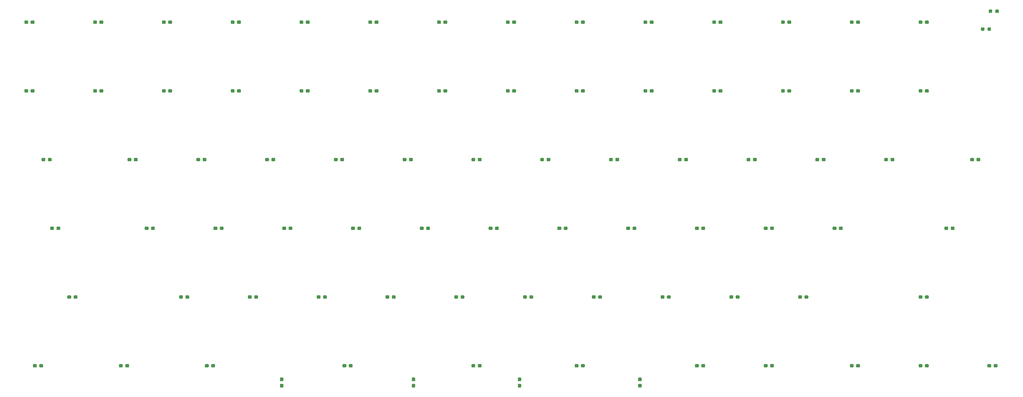
<source format=gbr>
%TF.GenerationSoftware,KiCad,Pcbnew,(5.1.9)-1*%
%TF.CreationDate,2021-08-25T16:21:07-05:00*%
%TF.ProjectId,Full_75,46756c6c-5f37-4352-9e6b-696361645f70,rev?*%
%TF.SameCoordinates,Original*%
%TF.FileFunction,Paste,Top*%
%TF.FilePolarity,Positive*%
%FSLAX46Y46*%
G04 Gerber Fmt 4.6, Leading zero omitted, Abs format (unit mm)*
G04 Created by KiCad (PCBNEW (5.1.9)-1) date 2021-08-25 16:21:07*
%MOMM*%
%LPD*%
G01*
G04 APERTURE LIST*
G04 APERTURE END LIST*
%TO.C,MX93*%
G36*
G01*
X294813706Y-86147798D02*
X294813706Y-85672798D01*
G75*
G02*
X295051206Y-85435298I237500J0D01*
G01*
X295626206Y-85435298D01*
G75*
G02*
X295863706Y-85672798I0J-237500D01*
G01*
X295863706Y-86147798D01*
G75*
G02*
X295626206Y-86385298I-237500J0D01*
G01*
X295051206Y-86385298D01*
G75*
G02*
X294813706Y-86147798I0J237500D01*
G01*
G37*
G36*
G01*
X293063706Y-86147798D02*
X293063706Y-85672798D01*
G75*
G02*
X293301206Y-85435298I237500J0D01*
G01*
X293876206Y-85435298D01*
G75*
G02*
X294113706Y-85672798I0J-237500D01*
G01*
X294113706Y-86147798D01*
G75*
G02*
X293876206Y-86385298I-237500J0D01*
G01*
X293301206Y-86385298D01*
G75*
G02*
X293063706Y-86147798I0J237500D01*
G01*
G37*
%TD*%
%TO.C,MX45*%
G36*
G01*
X128137222Y-124245350D02*
X128137222Y-123770350D01*
G75*
G02*
X128374722Y-123532850I237500J0D01*
G01*
X128949722Y-123532850D01*
G75*
G02*
X129187222Y-123770350I0J-237500D01*
G01*
X129187222Y-124245350D01*
G75*
G02*
X128949722Y-124482850I-237500J0D01*
G01*
X128374722Y-124482850D01*
G75*
G02*
X128137222Y-124245350I0J237500D01*
G01*
G37*
G36*
G01*
X126387222Y-124245350D02*
X126387222Y-123770350D01*
G75*
G02*
X126624722Y-123532850I237500J0D01*
G01*
X127199722Y-123532850D01*
G75*
G02*
X127437222Y-123770350I0J-237500D01*
G01*
X127437222Y-124245350D01*
G75*
G02*
X127199722Y-124482850I-237500J0D01*
G01*
X126624722Y-124482850D01*
G75*
G02*
X126387222Y-124245350I0J237500D01*
G01*
G37*
%TD*%
%TO.C,MX33*%
G36*
G01*
X66227782Y-124245350D02*
X66227782Y-123770350D01*
G75*
G02*
X66465282Y-123532850I237500J0D01*
G01*
X67040282Y-123532850D01*
G75*
G02*
X67277782Y-123770350I0J-237500D01*
G01*
X67277782Y-124245350D01*
G75*
G02*
X67040282Y-124482850I-237500J0D01*
G01*
X66465282Y-124482850D01*
G75*
G02*
X66227782Y-124245350I0J237500D01*
G01*
G37*
G36*
G01*
X64477782Y-124245350D02*
X64477782Y-123770350D01*
G75*
G02*
X64715282Y-123532850I237500J0D01*
G01*
X65290282Y-123532850D01*
G75*
G02*
X65527782Y-123770350I0J-237500D01*
G01*
X65527782Y-124245350D01*
G75*
G02*
X65290282Y-124482850I-237500J0D01*
G01*
X64715282Y-124482850D01*
G75*
G02*
X64477782Y-124245350I0J237500D01*
G01*
G37*
%TD*%
%TO.C,D4*%
G36*
G01*
X175169979Y-129010539D02*
X175644979Y-129010539D01*
G75*
G02*
X175882479Y-129248039I0J-237500D01*
G01*
X175882479Y-129823039D01*
G75*
G02*
X175644979Y-130060539I-237500J0D01*
G01*
X175169979Y-130060539D01*
G75*
G02*
X174932479Y-129823039I0J237500D01*
G01*
X174932479Y-129248039D01*
G75*
G02*
X175169979Y-129010539I237500J0D01*
G01*
G37*
G36*
G01*
X175169979Y-127260539D02*
X175644979Y-127260539D01*
G75*
G02*
X175882479Y-127498039I0J-237500D01*
G01*
X175882479Y-128073039D01*
G75*
G02*
X175644979Y-128310539I-237500J0D01*
G01*
X175169979Y-128310539D01*
G75*
G02*
X174932479Y-128073039I0J237500D01*
G01*
X174932479Y-127498039D01*
G75*
G02*
X175169979Y-127260539I237500J0D01*
G01*
G37*
%TD*%
%TO.C,D3*%
G36*
G01*
X208505337Y-129010539D02*
X208980337Y-129010539D01*
G75*
G02*
X209217837Y-129248039I0J-237500D01*
G01*
X209217837Y-129823039D01*
G75*
G02*
X208980337Y-130060539I-237500J0D01*
G01*
X208505337Y-130060539D01*
G75*
G02*
X208267837Y-129823039I0J237500D01*
G01*
X208267837Y-129248039D01*
G75*
G02*
X208505337Y-129010539I237500J0D01*
G01*
G37*
G36*
G01*
X208505337Y-127260539D02*
X208980337Y-127260539D01*
G75*
G02*
X209217837Y-127498039I0J-237500D01*
G01*
X209217837Y-128073039D01*
G75*
G02*
X208980337Y-128310539I-237500J0D01*
G01*
X208505337Y-128310539D01*
G75*
G02*
X208267837Y-128073039I0J237500D01*
G01*
X208267837Y-127498039D01*
G75*
G02*
X208505337Y-127260539I237500J0D01*
G01*
G37*
%TD*%
%TO.C,D2*%
G36*
G01*
X109292962Y-129010539D02*
X109767962Y-129010539D01*
G75*
G02*
X110005462Y-129248039I0J-237500D01*
G01*
X110005462Y-129823039D01*
G75*
G02*
X109767962Y-130060539I-237500J0D01*
G01*
X109292962Y-130060539D01*
G75*
G02*
X109055462Y-129823039I0J237500D01*
G01*
X109055462Y-129248039D01*
G75*
G02*
X109292962Y-129010539I237500J0D01*
G01*
G37*
G36*
G01*
X109292962Y-127260539D02*
X109767962Y-127260539D01*
G75*
G02*
X110005462Y-127498039I0J-237500D01*
G01*
X110005462Y-128073039D01*
G75*
G02*
X109767962Y-128310539I-237500J0D01*
G01*
X109292962Y-128310539D01*
G75*
G02*
X109055462Y-128073039I0J237500D01*
G01*
X109055462Y-127498039D01*
G75*
G02*
X109292962Y-127260539I237500J0D01*
G01*
G37*
%TD*%
%TO.C,D1*%
G36*
G01*
X145803116Y-129010539D02*
X146278116Y-129010539D01*
G75*
G02*
X146515616Y-129248039I0J-237500D01*
G01*
X146515616Y-129823039D01*
G75*
G02*
X146278116Y-130060539I-237500J0D01*
G01*
X145803116Y-130060539D01*
G75*
G02*
X145565616Y-129823039I0J237500D01*
G01*
X145565616Y-129248039D01*
G75*
G02*
X145803116Y-129010539I237500J0D01*
G01*
G37*
G36*
G01*
X145803116Y-127260539D02*
X146278116Y-127260539D01*
G75*
G02*
X146515616Y-127498039I0J-237500D01*
G01*
X146515616Y-128073039D01*
G75*
G02*
X146278116Y-128310539I-237500J0D01*
G01*
X145803116Y-128310539D01*
G75*
G02*
X145565616Y-128073039I0J237500D01*
G01*
X145565616Y-127498039D01*
G75*
G02*
X145803116Y-127260539I237500J0D01*
G01*
G37*
%TD*%
%TO.C,R2*%
G36*
G01*
X306318062Y-25478470D02*
X306318062Y-25953470D01*
G75*
G02*
X306080562Y-26190970I-237500J0D01*
G01*
X305580562Y-26190970D01*
G75*
G02*
X305343062Y-25953470I0J237500D01*
G01*
X305343062Y-25478470D01*
G75*
G02*
X305580562Y-25240970I237500J0D01*
G01*
X306080562Y-25240970D01*
G75*
G02*
X306318062Y-25478470I0J-237500D01*
G01*
G37*
G36*
G01*
X308143062Y-25478470D02*
X308143062Y-25953470D01*
G75*
G02*
X307905562Y-26190970I-237500J0D01*
G01*
X307405562Y-26190970D01*
G75*
G02*
X307168062Y-25953470I0J237500D01*
G01*
X307168062Y-25478470D01*
G75*
G02*
X307405562Y-25240970I237500J0D01*
G01*
X307905562Y-25240970D01*
G75*
G02*
X308143062Y-25478470I0J-237500D01*
G01*
G37*
%TD*%
%TO.C,R1*%
G36*
G01*
X305009062Y-30906470D02*
X305009062Y-30431470D01*
G75*
G02*
X305246562Y-30193970I237500J0D01*
G01*
X305746562Y-30193970D01*
G75*
G02*
X305984062Y-30431470I0J-237500D01*
G01*
X305984062Y-30906470D01*
G75*
G02*
X305746562Y-31143970I-237500J0D01*
G01*
X305246562Y-31143970D01*
G75*
G02*
X305009062Y-30906470I0J237500D01*
G01*
G37*
G36*
G01*
X303184062Y-30906470D02*
X303184062Y-30431470D01*
G75*
G02*
X303421562Y-30193970I237500J0D01*
G01*
X303921562Y-30193970D01*
G75*
G02*
X304159062Y-30431470I0J-237500D01*
G01*
X304159062Y-30906470D01*
G75*
G02*
X303921562Y-31143970I-237500J0D01*
G01*
X303421562Y-31143970D01*
G75*
G02*
X303184062Y-30906470I0J237500D01*
G01*
G37*
%TD*%
%TO.C,MX99*%
G36*
G01*
X287669650Y-48050246D02*
X287669650Y-47575246D01*
G75*
G02*
X287907150Y-47337746I237500J0D01*
G01*
X288482150Y-47337746D01*
G75*
G02*
X288719650Y-47575246I0J-237500D01*
G01*
X288719650Y-48050246D01*
G75*
G02*
X288482150Y-48287746I-237500J0D01*
G01*
X287907150Y-48287746D01*
G75*
G02*
X287669650Y-48050246I0J237500D01*
G01*
G37*
G36*
G01*
X285919650Y-48050246D02*
X285919650Y-47575246D01*
G75*
G02*
X286157150Y-47337746I237500J0D01*
G01*
X286732150Y-47337746D01*
G75*
G02*
X286969650Y-47575246I0J-237500D01*
G01*
X286969650Y-48050246D01*
G75*
G02*
X286732150Y-48287746I-237500J0D01*
G01*
X286157150Y-48287746D01*
G75*
G02*
X285919650Y-48050246I0J237500D01*
G01*
G37*
%TD*%
%TO.C,MX98*%
G36*
G01*
X287669650Y-29001470D02*
X287669650Y-28526470D01*
G75*
G02*
X287907150Y-28288970I237500J0D01*
G01*
X288482150Y-28288970D01*
G75*
G02*
X288719650Y-28526470I0J-237500D01*
G01*
X288719650Y-29001470D01*
G75*
G02*
X288482150Y-29238970I-237500J0D01*
G01*
X287907150Y-29238970D01*
G75*
G02*
X287669650Y-29001470I0J237500D01*
G01*
G37*
G36*
G01*
X285919650Y-29001470D02*
X285919650Y-28526470D01*
G75*
G02*
X286157150Y-28288970I237500J0D01*
G01*
X286732150Y-28288970D01*
G75*
G02*
X286969650Y-28526470I0J-237500D01*
G01*
X286969650Y-29001470D01*
G75*
G02*
X286732150Y-29238970I-237500J0D01*
G01*
X286157150Y-29238970D01*
G75*
G02*
X285919650Y-29001470I0J237500D01*
G01*
G37*
%TD*%
%TO.C,MX97*%
G36*
G01*
X306718426Y-124245350D02*
X306718426Y-123770350D01*
G75*
G02*
X306955926Y-123532850I237500J0D01*
G01*
X307530926Y-123532850D01*
G75*
G02*
X307768426Y-123770350I0J-237500D01*
G01*
X307768426Y-124245350D01*
G75*
G02*
X307530926Y-124482850I-237500J0D01*
G01*
X306955926Y-124482850D01*
G75*
G02*
X306718426Y-124245350I0J237500D01*
G01*
G37*
G36*
G01*
X304968426Y-124245350D02*
X304968426Y-123770350D01*
G75*
G02*
X305205926Y-123532850I237500J0D01*
G01*
X305780926Y-123532850D01*
G75*
G02*
X306018426Y-123770350I0J-237500D01*
G01*
X306018426Y-124245350D01*
G75*
G02*
X305780926Y-124482850I-237500J0D01*
G01*
X305205926Y-124482850D01*
G75*
G02*
X304968426Y-124245350I0J237500D01*
G01*
G37*
%TD*%
%TO.C,MX96*%
G36*
G01*
X300206538Y-67099022D02*
X300206538Y-66624022D01*
G75*
G02*
X300444038Y-66386522I237500J0D01*
G01*
X301019038Y-66386522D01*
G75*
G02*
X301256538Y-66624022I0J-237500D01*
G01*
X301256538Y-67099022D01*
G75*
G02*
X301019038Y-67336522I-237500J0D01*
G01*
X300444038Y-67336522D01*
G75*
G02*
X300206538Y-67099022I0J237500D01*
G01*
G37*
G36*
G01*
X301956538Y-67099022D02*
X301956538Y-66624022D01*
G75*
G02*
X302194038Y-66386522I237500J0D01*
G01*
X302769038Y-66386522D01*
G75*
G02*
X303006538Y-66624022I0J-237500D01*
G01*
X303006538Y-67099022D01*
G75*
G02*
X302769038Y-67336522I-237500J0D01*
G01*
X302194038Y-67336522D01*
G75*
G02*
X301956538Y-67099022I0J237500D01*
G01*
G37*
%TD*%
%TO.C,MX95*%
G36*
G01*
X287669650Y-124245350D02*
X287669650Y-123770350D01*
G75*
G02*
X287907150Y-123532850I237500J0D01*
G01*
X288482150Y-123532850D01*
G75*
G02*
X288719650Y-123770350I0J-237500D01*
G01*
X288719650Y-124245350D01*
G75*
G02*
X288482150Y-124482850I-237500J0D01*
G01*
X287907150Y-124482850D01*
G75*
G02*
X287669650Y-124245350I0J237500D01*
G01*
G37*
G36*
G01*
X285919650Y-124245350D02*
X285919650Y-123770350D01*
G75*
G02*
X286157150Y-123532850I237500J0D01*
G01*
X286732150Y-123532850D01*
G75*
G02*
X286969650Y-123770350I0J-237500D01*
G01*
X286969650Y-124245350D01*
G75*
G02*
X286732150Y-124482850I-237500J0D01*
G01*
X286157150Y-124482850D01*
G75*
G02*
X285919650Y-124245350I0J237500D01*
G01*
G37*
%TD*%
%TO.C,MX94*%
G36*
G01*
X287669650Y-105196574D02*
X287669650Y-104721574D01*
G75*
G02*
X287907150Y-104484074I237500J0D01*
G01*
X288482150Y-104484074D01*
G75*
G02*
X288719650Y-104721574I0J-237500D01*
G01*
X288719650Y-105196574D01*
G75*
G02*
X288482150Y-105434074I-237500J0D01*
G01*
X287907150Y-105434074D01*
G75*
G02*
X287669650Y-105196574I0J237500D01*
G01*
G37*
G36*
G01*
X285919650Y-105196574D02*
X285919650Y-104721574D01*
G75*
G02*
X286157150Y-104484074I237500J0D01*
G01*
X286732150Y-104484074D01*
G75*
G02*
X286969650Y-104721574I0J-237500D01*
G01*
X286969650Y-105196574D01*
G75*
G02*
X286732150Y-105434074I-237500J0D01*
G01*
X286157150Y-105434074D01*
G75*
G02*
X285919650Y-105196574I0J237500D01*
G01*
G37*
%TD*%
%TO.C,MX92*%
G36*
G01*
X278145262Y-67099022D02*
X278145262Y-66624022D01*
G75*
G02*
X278382762Y-66386522I237500J0D01*
G01*
X278957762Y-66386522D01*
G75*
G02*
X279195262Y-66624022I0J-237500D01*
G01*
X279195262Y-67099022D01*
G75*
G02*
X278957762Y-67336522I-237500J0D01*
G01*
X278382762Y-67336522D01*
G75*
G02*
X278145262Y-67099022I0J237500D01*
G01*
G37*
G36*
G01*
X276395262Y-67099022D02*
X276395262Y-66624022D01*
G75*
G02*
X276632762Y-66386522I237500J0D01*
G01*
X277207762Y-66386522D01*
G75*
G02*
X277445262Y-66624022I0J-237500D01*
G01*
X277445262Y-67099022D01*
G75*
G02*
X277207762Y-67336522I-237500J0D01*
G01*
X276632762Y-67336522D01*
G75*
G02*
X276395262Y-67099022I0J237500D01*
G01*
G37*
%TD*%
%TO.C,MX91*%
G36*
G01*
X268620874Y-48050246D02*
X268620874Y-47575246D01*
G75*
G02*
X268858374Y-47337746I237500J0D01*
G01*
X269433374Y-47337746D01*
G75*
G02*
X269670874Y-47575246I0J-237500D01*
G01*
X269670874Y-48050246D01*
G75*
G02*
X269433374Y-48287746I-237500J0D01*
G01*
X268858374Y-48287746D01*
G75*
G02*
X268620874Y-48050246I0J237500D01*
G01*
G37*
G36*
G01*
X266870874Y-48050246D02*
X266870874Y-47575246D01*
G75*
G02*
X267108374Y-47337746I237500J0D01*
G01*
X267683374Y-47337746D01*
G75*
G02*
X267920874Y-47575246I0J-237500D01*
G01*
X267920874Y-48050246D01*
G75*
G02*
X267683374Y-48287746I-237500J0D01*
G01*
X267108374Y-48287746D01*
G75*
G02*
X266870874Y-48050246I0J237500D01*
G01*
G37*
%TD*%
%TO.C,MX90*%
G36*
G01*
X268620874Y-29001470D02*
X268620874Y-28526470D01*
G75*
G02*
X268858374Y-28288970I237500J0D01*
G01*
X269433374Y-28288970D01*
G75*
G02*
X269670874Y-28526470I0J-237500D01*
G01*
X269670874Y-29001470D01*
G75*
G02*
X269433374Y-29238970I-237500J0D01*
G01*
X268858374Y-29238970D01*
G75*
G02*
X268620874Y-29001470I0J237500D01*
G01*
G37*
G36*
G01*
X266870874Y-29001470D02*
X266870874Y-28526470D01*
G75*
G02*
X267108374Y-28288970I237500J0D01*
G01*
X267683374Y-28288970D01*
G75*
G02*
X267920874Y-28526470I0J-237500D01*
G01*
X267920874Y-29001470D01*
G75*
G02*
X267683374Y-29238970I-237500J0D01*
G01*
X267108374Y-29238970D01*
G75*
G02*
X266870874Y-29001470I0J237500D01*
G01*
G37*
%TD*%
%TO.C,MX89*%
G36*
G01*
X263858680Y-86147798D02*
X263858680Y-85672798D01*
G75*
G02*
X264096180Y-85435298I237500J0D01*
G01*
X264671180Y-85435298D01*
G75*
G02*
X264908680Y-85672798I0J-237500D01*
G01*
X264908680Y-86147798D01*
G75*
G02*
X264671180Y-86385298I-237500J0D01*
G01*
X264096180Y-86385298D01*
G75*
G02*
X263858680Y-86147798I0J237500D01*
G01*
G37*
G36*
G01*
X262108680Y-86147798D02*
X262108680Y-85672798D01*
G75*
G02*
X262346180Y-85435298I237500J0D01*
G01*
X262921180Y-85435298D01*
G75*
G02*
X263158680Y-85672798I0J-237500D01*
G01*
X263158680Y-86147798D01*
G75*
G02*
X262921180Y-86385298I-237500J0D01*
G01*
X262346180Y-86385298D01*
G75*
G02*
X262108680Y-86147798I0J237500D01*
G01*
G37*
%TD*%
%TO.C,MX88*%
G36*
G01*
X259096486Y-67099022D02*
X259096486Y-66624022D01*
G75*
G02*
X259333986Y-66386522I237500J0D01*
G01*
X259908986Y-66386522D01*
G75*
G02*
X260146486Y-66624022I0J-237500D01*
G01*
X260146486Y-67099022D01*
G75*
G02*
X259908986Y-67336522I-237500J0D01*
G01*
X259333986Y-67336522D01*
G75*
G02*
X259096486Y-67099022I0J237500D01*
G01*
G37*
G36*
G01*
X257346486Y-67099022D02*
X257346486Y-66624022D01*
G75*
G02*
X257583986Y-66386522I237500J0D01*
G01*
X258158986Y-66386522D01*
G75*
G02*
X258396486Y-66624022I0J-237500D01*
G01*
X258396486Y-67099022D01*
G75*
G02*
X258158986Y-67336522I-237500J0D01*
G01*
X257583986Y-67336522D01*
G75*
G02*
X257346486Y-67099022I0J237500D01*
G01*
G37*
%TD*%
%TO.C,MX87*%
G36*
G01*
X249572098Y-48050246D02*
X249572098Y-47575246D01*
G75*
G02*
X249809598Y-47337746I237500J0D01*
G01*
X250384598Y-47337746D01*
G75*
G02*
X250622098Y-47575246I0J-237500D01*
G01*
X250622098Y-48050246D01*
G75*
G02*
X250384598Y-48287746I-237500J0D01*
G01*
X249809598Y-48287746D01*
G75*
G02*
X249572098Y-48050246I0J237500D01*
G01*
G37*
G36*
G01*
X247822098Y-48050246D02*
X247822098Y-47575246D01*
G75*
G02*
X248059598Y-47337746I237500J0D01*
G01*
X248634598Y-47337746D01*
G75*
G02*
X248872098Y-47575246I0J-237500D01*
G01*
X248872098Y-48050246D01*
G75*
G02*
X248634598Y-48287746I-237500J0D01*
G01*
X248059598Y-48287746D01*
G75*
G02*
X247822098Y-48050246I0J237500D01*
G01*
G37*
%TD*%
%TO.C,MX86*%
G36*
G01*
X249572098Y-29001470D02*
X249572098Y-28526470D01*
G75*
G02*
X249809598Y-28288970I237500J0D01*
G01*
X250384598Y-28288970D01*
G75*
G02*
X250622098Y-28526470I0J-237500D01*
G01*
X250622098Y-29001470D01*
G75*
G02*
X250384598Y-29238970I-237500J0D01*
G01*
X249809598Y-29238970D01*
G75*
G02*
X249572098Y-29001470I0J237500D01*
G01*
G37*
G36*
G01*
X247822098Y-29001470D02*
X247822098Y-28526470D01*
G75*
G02*
X248059598Y-28288970I237500J0D01*
G01*
X248634598Y-28288970D01*
G75*
G02*
X248872098Y-28526470I0J-237500D01*
G01*
X248872098Y-29001470D01*
G75*
G02*
X248634598Y-29238970I-237500J0D01*
G01*
X248059598Y-29238970D01*
G75*
G02*
X247822098Y-29001470I0J237500D01*
G01*
G37*
%TD*%
%TO.C,MX85*%
G36*
G01*
X268620874Y-124245350D02*
X268620874Y-123770350D01*
G75*
G02*
X268858374Y-123532850I237500J0D01*
G01*
X269433374Y-123532850D01*
G75*
G02*
X269670874Y-123770350I0J-237500D01*
G01*
X269670874Y-124245350D01*
G75*
G02*
X269433374Y-124482850I-237500J0D01*
G01*
X268858374Y-124482850D01*
G75*
G02*
X268620874Y-124245350I0J237500D01*
G01*
G37*
G36*
G01*
X266870874Y-124245350D02*
X266870874Y-123770350D01*
G75*
G02*
X267108374Y-123532850I237500J0D01*
G01*
X267683374Y-123532850D01*
G75*
G02*
X267920874Y-123770350I0J-237500D01*
G01*
X267920874Y-124245350D01*
G75*
G02*
X267683374Y-124482850I-237500J0D01*
G01*
X267108374Y-124482850D01*
G75*
G02*
X266870874Y-124245350I0J237500D01*
G01*
G37*
%TD*%
%TO.C,MX84*%
G36*
G01*
X254334292Y-105196574D02*
X254334292Y-104721574D01*
G75*
G02*
X254571792Y-104484074I237500J0D01*
G01*
X255146792Y-104484074D01*
G75*
G02*
X255384292Y-104721574I0J-237500D01*
G01*
X255384292Y-105196574D01*
G75*
G02*
X255146792Y-105434074I-237500J0D01*
G01*
X254571792Y-105434074D01*
G75*
G02*
X254334292Y-105196574I0J237500D01*
G01*
G37*
G36*
G01*
X252584292Y-105196574D02*
X252584292Y-104721574D01*
G75*
G02*
X252821792Y-104484074I237500J0D01*
G01*
X253396792Y-104484074D01*
G75*
G02*
X253634292Y-104721574I0J-237500D01*
G01*
X253634292Y-105196574D01*
G75*
G02*
X253396792Y-105434074I-237500J0D01*
G01*
X252821792Y-105434074D01*
G75*
G02*
X252584292Y-105196574I0J237500D01*
G01*
G37*
%TD*%
%TO.C,MX83*%
G36*
G01*
X244809904Y-86147798D02*
X244809904Y-85672798D01*
G75*
G02*
X245047404Y-85435298I237500J0D01*
G01*
X245622404Y-85435298D01*
G75*
G02*
X245859904Y-85672798I0J-237500D01*
G01*
X245859904Y-86147798D01*
G75*
G02*
X245622404Y-86385298I-237500J0D01*
G01*
X245047404Y-86385298D01*
G75*
G02*
X244809904Y-86147798I0J237500D01*
G01*
G37*
G36*
G01*
X243059904Y-86147798D02*
X243059904Y-85672798D01*
G75*
G02*
X243297404Y-85435298I237500J0D01*
G01*
X243872404Y-85435298D01*
G75*
G02*
X244109904Y-85672798I0J-237500D01*
G01*
X244109904Y-86147798D01*
G75*
G02*
X243872404Y-86385298I-237500J0D01*
G01*
X243297404Y-86385298D01*
G75*
G02*
X243059904Y-86147798I0J237500D01*
G01*
G37*
%TD*%
%TO.C,MX82*%
G36*
G01*
X240047710Y-67099022D02*
X240047710Y-66624022D01*
G75*
G02*
X240285210Y-66386522I237500J0D01*
G01*
X240860210Y-66386522D01*
G75*
G02*
X241097710Y-66624022I0J-237500D01*
G01*
X241097710Y-67099022D01*
G75*
G02*
X240860210Y-67336522I-237500J0D01*
G01*
X240285210Y-67336522D01*
G75*
G02*
X240047710Y-67099022I0J237500D01*
G01*
G37*
G36*
G01*
X238297710Y-67099022D02*
X238297710Y-66624022D01*
G75*
G02*
X238535210Y-66386522I237500J0D01*
G01*
X239110210Y-66386522D01*
G75*
G02*
X239347710Y-66624022I0J-237500D01*
G01*
X239347710Y-67099022D01*
G75*
G02*
X239110210Y-67336522I-237500J0D01*
G01*
X238535210Y-67336522D01*
G75*
G02*
X238297710Y-67099022I0J237500D01*
G01*
G37*
%TD*%
%TO.C,MX81*%
G36*
G01*
X230523322Y-48050246D02*
X230523322Y-47575246D01*
G75*
G02*
X230760822Y-47337746I237500J0D01*
G01*
X231335822Y-47337746D01*
G75*
G02*
X231573322Y-47575246I0J-237500D01*
G01*
X231573322Y-48050246D01*
G75*
G02*
X231335822Y-48287746I-237500J0D01*
G01*
X230760822Y-48287746D01*
G75*
G02*
X230523322Y-48050246I0J237500D01*
G01*
G37*
G36*
G01*
X228773322Y-48050246D02*
X228773322Y-47575246D01*
G75*
G02*
X229010822Y-47337746I237500J0D01*
G01*
X229585822Y-47337746D01*
G75*
G02*
X229823322Y-47575246I0J-237500D01*
G01*
X229823322Y-48050246D01*
G75*
G02*
X229585822Y-48287746I-237500J0D01*
G01*
X229010822Y-48287746D01*
G75*
G02*
X228773322Y-48050246I0J237500D01*
G01*
G37*
%TD*%
%TO.C,MX80*%
G36*
G01*
X230523322Y-29001470D02*
X230523322Y-28526470D01*
G75*
G02*
X230760822Y-28288970I237500J0D01*
G01*
X231335822Y-28288970D01*
G75*
G02*
X231573322Y-28526470I0J-237500D01*
G01*
X231573322Y-29001470D01*
G75*
G02*
X231335822Y-29238970I-237500J0D01*
G01*
X230760822Y-29238970D01*
G75*
G02*
X230523322Y-29001470I0J237500D01*
G01*
G37*
G36*
G01*
X228773322Y-29001470D02*
X228773322Y-28526470D01*
G75*
G02*
X229010822Y-28288970I237500J0D01*
G01*
X229585822Y-28288970D01*
G75*
G02*
X229823322Y-28526470I0J-237500D01*
G01*
X229823322Y-29001470D01*
G75*
G02*
X229585822Y-29238970I-237500J0D01*
G01*
X229010822Y-29238970D01*
G75*
G02*
X228773322Y-29001470I0J237500D01*
G01*
G37*
%TD*%
%TO.C,MX79*%
G36*
G01*
X244809904Y-124245350D02*
X244809904Y-123770350D01*
G75*
G02*
X245047404Y-123532850I237500J0D01*
G01*
X245622404Y-123532850D01*
G75*
G02*
X245859904Y-123770350I0J-237500D01*
G01*
X245859904Y-124245350D01*
G75*
G02*
X245622404Y-124482850I-237500J0D01*
G01*
X245047404Y-124482850D01*
G75*
G02*
X244809904Y-124245350I0J237500D01*
G01*
G37*
G36*
G01*
X243059904Y-124245350D02*
X243059904Y-123770350D01*
G75*
G02*
X243297404Y-123532850I237500J0D01*
G01*
X243872404Y-123532850D01*
G75*
G02*
X244109904Y-123770350I0J-237500D01*
G01*
X244109904Y-124245350D01*
G75*
G02*
X243872404Y-124482850I-237500J0D01*
G01*
X243297404Y-124482850D01*
G75*
G02*
X243059904Y-124245350I0J237500D01*
G01*
G37*
%TD*%
%TO.C,MX78*%
G36*
G01*
X235285516Y-105196574D02*
X235285516Y-104721574D01*
G75*
G02*
X235523016Y-104484074I237500J0D01*
G01*
X236098016Y-104484074D01*
G75*
G02*
X236335516Y-104721574I0J-237500D01*
G01*
X236335516Y-105196574D01*
G75*
G02*
X236098016Y-105434074I-237500J0D01*
G01*
X235523016Y-105434074D01*
G75*
G02*
X235285516Y-105196574I0J237500D01*
G01*
G37*
G36*
G01*
X233535516Y-105196574D02*
X233535516Y-104721574D01*
G75*
G02*
X233773016Y-104484074I237500J0D01*
G01*
X234348016Y-104484074D01*
G75*
G02*
X234585516Y-104721574I0J-237500D01*
G01*
X234585516Y-105196574D01*
G75*
G02*
X234348016Y-105434074I-237500J0D01*
G01*
X233773016Y-105434074D01*
G75*
G02*
X233535516Y-105196574I0J237500D01*
G01*
G37*
%TD*%
%TO.C,MX77*%
G36*
G01*
X225761128Y-86147798D02*
X225761128Y-85672798D01*
G75*
G02*
X225998628Y-85435298I237500J0D01*
G01*
X226573628Y-85435298D01*
G75*
G02*
X226811128Y-85672798I0J-237500D01*
G01*
X226811128Y-86147798D01*
G75*
G02*
X226573628Y-86385298I-237500J0D01*
G01*
X225998628Y-86385298D01*
G75*
G02*
X225761128Y-86147798I0J237500D01*
G01*
G37*
G36*
G01*
X224011128Y-86147798D02*
X224011128Y-85672798D01*
G75*
G02*
X224248628Y-85435298I237500J0D01*
G01*
X224823628Y-85435298D01*
G75*
G02*
X225061128Y-85672798I0J-237500D01*
G01*
X225061128Y-86147798D01*
G75*
G02*
X224823628Y-86385298I-237500J0D01*
G01*
X224248628Y-86385298D01*
G75*
G02*
X224011128Y-86147798I0J237500D01*
G01*
G37*
%TD*%
%TO.C,MX76*%
G36*
G01*
X220998934Y-67099022D02*
X220998934Y-66624022D01*
G75*
G02*
X221236434Y-66386522I237500J0D01*
G01*
X221811434Y-66386522D01*
G75*
G02*
X222048934Y-66624022I0J-237500D01*
G01*
X222048934Y-67099022D01*
G75*
G02*
X221811434Y-67336522I-237500J0D01*
G01*
X221236434Y-67336522D01*
G75*
G02*
X220998934Y-67099022I0J237500D01*
G01*
G37*
G36*
G01*
X219248934Y-67099022D02*
X219248934Y-66624022D01*
G75*
G02*
X219486434Y-66386522I237500J0D01*
G01*
X220061434Y-66386522D01*
G75*
G02*
X220298934Y-66624022I0J-237500D01*
G01*
X220298934Y-67099022D01*
G75*
G02*
X220061434Y-67336522I-237500J0D01*
G01*
X219486434Y-67336522D01*
G75*
G02*
X219248934Y-67099022I0J237500D01*
G01*
G37*
%TD*%
%TO.C,MX75*%
G36*
G01*
X211474546Y-48050246D02*
X211474546Y-47575246D01*
G75*
G02*
X211712046Y-47337746I237500J0D01*
G01*
X212287046Y-47337746D01*
G75*
G02*
X212524546Y-47575246I0J-237500D01*
G01*
X212524546Y-48050246D01*
G75*
G02*
X212287046Y-48287746I-237500J0D01*
G01*
X211712046Y-48287746D01*
G75*
G02*
X211474546Y-48050246I0J237500D01*
G01*
G37*
G36*
G01*
X209724546Y-48050246D02*
X209724546Y-47575246D01*
G75*
G02*
X209962046Y-47337746I237500J0D01*
G01*
X210537046Y-47337746D01*
G75*
G02*
X210774546Y-47575246I0J-237500D01*
G01*
X210774546Y-48050246D01*
G75*
G02*
X210537046Y-48287746I-237500J0D01*
G01*
X209962046Y-48287746D01*
G75*
G02*
X209724546Y-48050246I0J237500D01*
G01*
G37*
%TD*%
%TO.C,MX74*%
G36*
G01*
X211474546Y-29001470D02*
X211474546Y-28526470D01*
G75*
G02*
X211712046Y-28288970I237500J0D01*
G01*
X212287046Y-28288970D01*
G75*
G02*
X212524546Y-28526470I0J-237500D01*
G01*
X212524546Y-29001470D01*
G75*
G02*
X212287046Y-29238970I-237500J0D01*
G01*
X211712046Y-29238970D01*
G75*
G02*
X211474546Y-29001470I0J237500D01*
G01*
G37*
G36*
G01*
X209724546Y-29001470D02*
X209724546Y-28526470D01*
G75*
G02*
X209962046Y-28288970I237500J0D01*
G01*
X210537046Y-28288970D01*
G75*
G02*
X210774546Y-28526470I0J-237500D01*
G01*
X210774546Y-29001470D01*
G75*
G02*
X210537046Y-29238970I-237500J0D01*
G01*
X209962046Y-29238970D01*
G75*
G02*
X209724546Y-29001470I0J237500D01*
G01*
G37*
%TD*%
%TO.C,MX73*%
G36*
G01*
X225761128Y-124245350D02*
X225761128Y-123770350D01*
G75*
G02*
X225998628Y-123532850I237500J0D01*
G01*
X226573628Y-123532850D01*
G75*
G02*
X226811128Y-123770350I0J-237500D01*
G01*
X226811128Y-124245350D01*
G75*
G02*
X226573628Y-124482850I-237500J0D01*
G01*
X225998628Y-124482850D01*
G75*
G02*
X225761128Y-124245350I0J237500D01*
G01*
G37*
G36*
G01*
X224011128Y-124245350D02*
X224011128Y-123770350D01*
G75*
G02*
X224248628Y-123532850I237500J0D01*
G01*
X224823628Y-123532850D01*
G75*
G02*
X225061128Y-123770350I0J-237500D01*
G01*
X225061128Y-124245350D01*
G75*
G02*
X224823628Y-124482850I-237500J0D01*
G01*
X224248628Y-124482850D01*
G75*
G02*
X224011128Y-124245350I0J237500D01*
G01*
G37*
%TD*%
%TO.C,MX72*%
G36*
G01*
X216236740Y-105196574D02*
X216236740Y-104721574D01*
G75*
G02*
X216474240Y-104484074I237500J0D01*
G01*
X217049240Y-104484074D01*
G75*
G02*
X217286740Y-104721574I0J-237500D01*
G01*
X217286740Y-105196574D01*
G75*
G02*
X217049240Y-105434074I-237500J0D01*
G01*
X216474240Y-105434074D01*
G75*
G02*
X216236740Y-105196574I0J237500D01*
G01*
G37*
G36*
G01*
X214486740Y-105196574D02*
X214486740Y-104721574D01*
G75*
G02*
X214724240Y-104484074I237500J0D01*
G01*
X215299240Y-104484074D01*
G75*
G02*
X215536740Y-104721574I0J-237500D01*
G01*
X215536740Y-105196574D01*
G75*
G02*
X215299240Y-105434074I-237500J0D01*
G01*
X214724240Y-105434074D01*
G75*
G02*
X214486740Y-105196574I0J237500D01*
G01*
G37*
%TD*%
%TO.C,MX71*%
G36*
G01*
X206712352Y-86147798D02*
X206712352Y-85672798D01*
G75*
G02*
X206949852Y-85435298I237500J0D01*
G01*
X207524852Y-85435298D01*
G75*
G02*
X207762352Y-85672798I0J-237500D01*
G01*
X207762352Y-86147798D01*
G75*
G02*
X207524852Y-86385298I-237500J0D01*
G01*
X206949852Y-86385298D01*
G75*
G02*
X206712352Y-86147798I0J237500D01*
G01*
G37*
G36*
G01*
X204962352Y-86147798D02*
X204962352Y-85672798D01*
G75*
G02*
X205199852Y-85435298I237500J0D01*
G01*
X205774852Y-85435298D01*
G75*
G02*
X206012352Y-85672798I0J-237500D01*
G01*
X206012352Y-86147798D01*
G75*
G02*
X205774852Y-86385298I-237500J0D01*
G01*
X205199852Y-86385298D01*
G75*
G02*
X204962352Y-86147798I0J237500D01*
G01*
G37*
%TD*%
%TO.C,MX70*%
G36*
G01*
X201950158Y-67099022D02*
X201950158Y-66624022D01*
G75*
G02*
X202187658Y-66386522I237500J0D01*
G01*
X202762658Y-66386522D01*
G75*
G02*
X203000158Y-66624022I0J-237500D01*
G01*
X203000158Y-67099022D01*
G75*
G02*
X202762658Y-67336522I-237500J0D01*
G01*
X202187658Y-67336522D01*
G75*
G02*
X201950158Y-67099022I0J237500D01*
G01*
G37*
G36*
G01*
X200200158Y-67099022D02*
X200200158Y-66624022D01*
G75*
G02*
X200437658Y-66386522I237500J0D01*
G01*
X201012658Y-66386522D01*
G75*
G02*
X201250158Y-66624022I0J-237500D01*
G01*
X201250158Y-67099022D01*
G75*
G02*
X201012658Y-67336522I-237500J0D01*
G01*
X200437658Y-67336522D01*
G75*
G02*
X200200158Y-67099022I0J237500D01*
G01*
G37*
%TD*%
%TO.C,MX69*%
G36*
G01*
X192425770Y-48050246D02*
X192425770Y-47575246D01*
G75*
G02*
X192663270Y-47337746I237500J0D01*
G01*
X193238270Y-47337746D01*
G75*
G02*
X193475770Y-47575246I0J-237500D01*
G01*
X193475770Y-48050246D01*
G75*
G02*
X193238270Y-48287746I-237500J0D01*
G01*
X192663270Y-48287746D01*
G75*
G02*
X192425770Y-48050246I0J237500D01*
G01*
G37*
G36*
G01*
X190675770Y-48050246D02*
X190675770Y-47575246D01*
G75*
G02*
X190913270Y-47337746I237500J0D01*
G01*
X191488270Y-47337746D01*
G75*
G02*
X191725770Y-47575246I0J-237500D01*
G01*
X191725770Y-48050246D01*
G75*
G02*
X191488270Y-48287746I-237500J0D01*
G01*
X190913270Y-48287746D01*
G75*
G02*
X190675770Y-48050246I0J237500D01*
G01*
G37*
%TD*%
%TO.C,MX68*%
G36*
G01*
X192425770Y-29001470D02*
X192425770Y-28526470D01*
G75*
G02*
X192663270Y-28288970I237500J0D01*
G01*
X193238270Y-28288970D01*
G75*
G02*
X193475770Y-28526470I0J-237500D01*
G01*
X193475770Y-29001470D01*
G75*
G02*
X193238270Y-29238970I-237500J0D01*
G01*
X192663270Y-29238970D01*
G75*
G02*
X192425770Y-29001470I0J237500D01*
G01*
G37*
G36*
G01*
X190675770Y-29001470D02*
X190675770Y-28526470D01*
G75*
G02*
X190913270Y-28288970I237500J0D01*
G01*
X191488270Y-28288970D01*
G75*
G02*
X191725770Y-28526470I0J-237500D01*
G01*
X191725770Y-29001470D01*
G75*
G02*
X191488270Y-29238970I-237500J0D01*
G01*
X190913270Y-29238970D01*
G75*
G02*
X190675770Y-29001470I0J237500D01*
G01*
G37*
%TD*%
%TO.C,MX67*%
G36*
G01*
X197187964Y-105196574D02*
X197187964Y-104721574D01*
G75*
G02*
X197425464Y-104484074I237500J0D01*
G01*
X198000464Y-104484074D01*
G75*
G02*
X198237964Y-104721574I0J-237500D01*
G01*
X198237964Y-105196574D01*
G75*
G02*
X198000464Y-105434074I-237500J0D01*
G01*
X197425464Y-105434074D01*
G75*
G02*
X197187964Y-105196574I0J237500D01*
G01*
G37*
G36*
G01*
X195437964Y-105196574D02*
X195437964Y-104721574D01*
G75*
G02*
X195675464Y-104484074I237500J0D01*
G01*
X196250464Y-104484074D01*
G75*
G02*
X196487964Y-104721574I0J-237500D01*
G01*
X196487964Y-105196574D01*
G75*
G02*
X196250464Y-105434074I-237500J0D01*
G01*
X195675464Y-105434074D01*
G75*
G02*
X195437964Y-105196574I0J237500D01*
G01*
G37*
%TD*%
%TO.C,MX66*%
G36*
G01*
X187663576Y-86147798D02*
X187663576Y-85672798D01*
G75*
G02*
X187901076Y-85435298I237500J0D01*
G01*
X188476076Y-85435298D01*
G75*
G02*
X188713576Y-85672798I0J-237500D01*
G01*
X188713576Y-86147798D01*
G75*
G02*
X188476076Y-86385298I-237500J0D01*
G01*
X187901076Y-86385298D01*
G75*
G02*
X187663576Y-86147798I0J237500D01*
G01*
G37*
G36*
G01*
X185913576Y-86147798D02*
X185913576Y-85672798D01*
G75*
G02*
X186151076Y-85435298I237500J0D01*
G01*
X186726076Y-85435298D01*
G75*
G02*
X186963576Y-85672798I0J-237500D01*
G01*
X186963576Y-86147798D01*
G75*
G02*
X186726076Y-86385298I-237500J0D01*
G01*
X186151076Y-86385298D01*
G75*
G02*
X185913576Y-86147798I0J237500D01*
G01*
G37*
%TD*%
%TO.C,MX65*%
G36*
G01*
X182901382Y-67099022D02*
X182901382Y-66624022D01*
G75*
G02*
X183138882Y-66386522I237500J0D01*
G01*
X183713882Y-66386522D01*
G75*
G02*
X183951382Y-66624022I0J-237500D01*
G01*
X183951382Y-67099022D01*
G75*
G02*
X183713882Y-67336522I-237500J0D01*
G01*
X183138882Y-67336522D01*
G75*
G02*
X182901382Y-67099022I0J237500D01*
G01*
G37*
G36*
G01*
X181151382Y-67099022D02*
X181151382Y-66624022D01*
G75*
G02*
X181388882Y-66386522I237500J0D01*
G01*
X181963882Y-66386522D01*
G75*
G02*
X182201382Y-66624022I0J-237500D01*
G01*
X182201382Y-67099022D01*
G75*
G02*
X181963882Y-67336522I-237500J0D01*
G01*
X181388882Y-67336522D01*
G75*
G02*
X181151382Y-67099022I0J237500D01*
G01*
G37*
%TD*%
%TO.C,MX64*%
G36*
G01*
X173376994Y-48050246D02*
X173376994Y-47575246D01*
G75*
G02*
X173614494Y-47337746I237500J0D01*
G01*
X174189494Y-47337746D01*
G75*
G02*
X174426994Y-47575246I0J-237500D01*
G01*
X174426994Y-48050246D01*
G75*
G02*
X174189494Y-48287746I-237500J0D01*
G01*
X173614494Y-48287746D01*
G75*
G02*
X173376994Y-48050246I0J237500D01*
G01*
G37*
G36*
G01*
X171626994Y-48050246D02*
X171626994Y-47575246D01*
G75*
G02*
X171864494Y-47337746I237500J0D01*
G01*
X172439494Y-47337746D01*
G75*
G02*
X172676994Y-47575246I0J-237500D01*
G01*
X172676994Y-48050246D01*
G75*
G02*
X172439494Y-48287746I-237500J0D01*
G01*
X171864494Y-48287746D01*
G75*
G02*
X171626994Y-48050246I0J237500D01*
G01*
G37*
%TD*%
%TO.C,MX63*%
G36*
G01*
X173376994Y-29001470D02*
X173376994Y-28526470D01*
G75*
G02*
X173614494Y-28288970I237500J0D01*
G01*
X174189494Y-28288970D01*
G75*
G02*
X174426994Y-28526470I0J-237500D01*
G01*
X174426994Y-29001470D01*
G75*
G02*
X174189494Y-29238970I-237500J0D01*
G01*
X173614494Y-29238970D01*
G75*
G02*
X173376994Y-29001470I0J237500D01*
G01*
G37*
G36*
G01*
X171626994Y-29001470D02*
X171626994Y-28526470D01*
G75*
G02*
X171864494Y-28288970I237500J0D01*
G01*
X172439494Y-28288970D01*
G75*
G02*
X172676994Y-28526470I0J-237500D01*
G01*
X172676994Y-29001470D01*
G75*
G02*
X172439494Y-29238970I-237500J0D01*
G01*
X171864494Y-29238970D01*
G75*
G02*
X171626994Y-29001470I0J237500D01*
G01*
G37*
%TD*%
%TO.C,MX62*%
G36*
G01*
X190676382Y-124245350D02*
X190676382Y-123770350D01*
G75*
G02*
X190913882Y-123532850I237500J0D01*
G01*
X191488882Y-123532850D01*
G75*
G02*
X191726382Y-123770350I0J-237500D01*
G01*
X191726382Y-124245350D01*
G75*
G02*
X191488882Y-124482850I-237500J0D01*
G01*
X190913882Y-124482850D01*
G75*
G02*
X190676382Y-124245350I0J237500D01*
G01*
G37*
G36*
G01*
X192426382Y-124245350D02*
X192426382Y-123770350D01*
G75*
G02*
X192663882Y-123532850I237500J0D01*
G01*
X193238882Y-123532850D01*
G75*
G02*
X193476382Y-123770350I0J-237500D01*
G01*
X193476382Y-124245350D01*
G75*
G02*
X193238882Y-124482850I-237500J0D01*
G01*
X192663882Y-124482850D01*
G75*
G02*
X192426382Y-124245350I0J237500D01*
G01*
G37*
%TD*%
%TO.C,MX61*%
G36*
G01*
X178139188Y-105196574D02*
X178139188Y-104721574D01*
G75*
G02*
X178376688Y-104484074I237500J0D01*
G01*
X178951688Y-104484074D01*
G75*
G02*
X179189188Y-104721574I0J-237500D01*
G01*
X179189188Y-105196574D01*
G75*
G02*
X178951688Y-105434074I-237500J0D01*
G01*
X178376688Y-105434074D01*
G75*
G02*
X178139188Y-105196574I0J237500D01*
G01*
G37*
G36*
G01*
X176389188Y-105196574D02*
X176389188Y-104721574D01*
G75*
G02*
X176626688Y-104484074I237500J0D01*
G01*
X177201688Y-104484074D01*
G75*
G02*
X177439188Y-104721574I0J-237500D01*
G01*
X177439188Y-105196574D01*
G75*
G02*
X177201688Y-105434074I-237500J0D01*
G01*
X176626688Y-105434074D01*
G75*
G02*
X176389188Y-105196574I0J237500D01*
G01*
G37*
%TD*%
%TO.C,MX60*%
G36*
G01*
X168614800Y-86147798D02*
X168614800Y-85672798D01*
G75*
G02*
X168852300Y-85435298I237500J0D01*
G01*
X169427300Y-85435298D01*
G75*
G02*
X169664800Y-85672798I0J-237500D01*
G01*
X169664800Y-86147798D01*
G75*
G02*
X169427300Y-86385298I-237500J0D01*
G01*
X168852300Y-86385298D01*
G75*
G02*
X168614800Y-86147798I0J237500D01*
G01*
G37*
G36*
G01*
X166864800Y-86147798D02*
X166864800Y-85672798D01*
G75*
G02*
X167102300Y-85435298I237500J0D01*
G01*
X167677300Y-85435298D01*
G75*
G02*
X167914800Y-85672798I0J-237500D01*
G01*
X167914800Y-86147798D01*
G75*
G02*
X167677300Y-86385298I-237500J0D01*
G01*
X167102300Y-86385298D01*
G75*
G02*
X166864800Y-86147798I0J237500D01*
G01*
G37*
%TD*%
%TO.C,MX59*%
G36*
G01*
X163852606Y-67099022D02*
X163852606Y-66624022D01*
G75*
G02*
X164090106Y-66386522I237500J0D01*
G01*
X164665106Y-66386522D01*
G75*
G02*
X164902606Y-66624022I0J-237500D01*
G01*
X164902606Y-67099022D01*
G75*
G02*
X164665106Y-67336522I-237500J0D01*
G01*
X164090106Y-67336522D01*
G75*
G02*
X163852606Y-67099022I0J237500D01*
G01*
G37*
G36*
G01*
X162102606Y-67099022D02*
X162102606Y-66624022D01*
G75*
G02*
X162340106Y-66386522I237500J0D01*
G01*
X162915106Y-66386522D01*
G75*
G02*
X163152606Y-66624022I0J-237500D01*
G01*
X163152606Y-67099022D01*
G75*
G02*
X162915106Y-67336522I-237500J0D01*
G01*
X162340106Y-67336522D01*
G75*
G02*
X162102606Y-67099022I0J237500D01*
G01*
G37*
%TD*%
%TO.C,MX58*%
G36*
G01*
X154328218Y-48050246D02*
X154328218Y-47575246D01*
G75*
G02*
X154565718Y-47337746I237500J0D01*
G01*
X155140718Y-47337746D01*
G75*
G02*
X155378218Y-47575246I0J-237500D01*
G01*
X155378218Y-48050246D01*
G75*
G02*
X155140718Y-48287746I-237500J0D01*
G01*
X154565718Y-48287746D01*
G75*
G02*
X154328218Y-48050246I0J237500D01*
G01*
G37*
G36*
G01*
X152578218Y-48050246D02*
X152578218Y-47575246D01*
G75*
G02*
X152815718Y-47337746I237500J0D01*
G01*
X153390718Y-47337746D01*
G75*
G02*
X153628218Y-47575246I0J-237500D01*
G01*
X153628218Y-48050246D01*
G75*
G02*
X153390718Y-48287746I-237500J0D01*
G01*
X152815718Y-48287746D01*
G75*
G02*
X152578218Y-48050246I0J237500D01*
G01*
G37*
%TD*%
%TO.C,MX57*%
G36*
G01*
X154328218Y-29001470D02*
X154328218Y-28526470D01*
G75*
G02*
X154565718Y-28288970I237500J0D01*
G01*
X155140718Y-28288970D01*
G75*
G02*
X155378218Y-28526470I0J-237500D01*
G01*
X155378218Y-29001470D01*
G75*
G02*
X155140718Y-29238970I-237500J0D01*
G01*
X154565718Y-29238970D01*
G75*
G02*
X154328218Y-29001470I0J237500D01*
G01*
G37*
G36*
G01*
X152578218Y-29001470D02*
X152578218Y-28526470D01*
G75*
G02*
X152815718Y-28288970I237500J0D01*
G01*
X153390718Y-28288970D01*
G75*
G02*
X153628218Y-28526470I0J-237500D01*
G01*
X153628218Y-29001470D01*
G75*
G02*
X153390718Y-29238970I-237500J0D01*
G01*
X152815718Y-29238970D01*
G75*
G02*
X152578218Y-29001470I0J237500D01*
G01*
G37*
%TD*%
%TO.C,MX56*%
G36*
G01*
X163852606Y-124245350D02*
X163852606Y-123770350D01*
G75*
G02*
X164090106Y-123532850I237500J0D01*
G01*
X164665106Y-123532850D01*
G75*
G02*
X164902606Y-123770350I0J-237500D01*
G01*
X164902606Y-124245350D01*
G75*
G02*
X164665106Y-124482850I-237500J0D01*
G01*
X164090106Y-124482850D01*
G75*
G02*
X163852606Y-124245350I0J237500D01*
G01*
G37*
G36*
G01*
X162102606Y-124245350D02*
X162102606Y-123770350D01*
G75*
G02*
X162340106Y-123532850I237500J0D01*
G01*
X162915106Y-123532850D01*
G75*
G02*
X163152606Y-123770350I0J-237500D01*
G01*
X163152606Y-124245350D01*
G75*
G02*
X162915106Y-124482850I-237500J0D01*
G01*
X162340106Y-124482850D01*
G75*
G02*
X162102606Y-124245350I0J237500D01*
G01*
G37*
%TD*%
%TO.C,MX55*%
G36*
G01*
X159090412Y-105196574D02*
X159090412Y-104721574D01*
G75*
G02*
X159327912Y-104484074I237500J0D01*
G01*
X159902912Y-104484074D01*
G75*
G02*
X160140412Y-104721574I0J-237500D01*
G01*
X160140412Y-105196574D01*
G75*
G02*
X159902912Y-105434074I-237500J0D01*
G01*
X159327912Y-105434074D01*
G75*
G02*
X159090412Y-105196574I0J237500D01*
G01*
G37*
G36*
G01*
X157340412Y-105196574D02*
X157340412Y-104721574D01*
G75*
G02*
X157577912Y-104484074I237500J0D01*
G01*
X158152912Y-104484074D01*
G75*
G02*
X158390412Y-104721574I0J-237500D01*
G01*
X158390412Y-105196574D01*
G75*
G02*
X158152912Y-105434074I-237500J0D01*
G01*
X157577912Y-105434074D01*
G75*
G02*
X157340412Y-105196574I0J237500D01*
G01*
G37*
%TD*%
%TO.C,MX54*%
G36*
G01*
X149566024Y-86147798D02*
X149566024Y-85672798D01*
G75*
G02*
X149803524Y-85435298I237500J0D01*
G01*
X150378524Y-85435298D01*
G75*
G02*
X150616024Y-85672798I0J-237500D01*
G01*
X150616024Y-86147798D01*
G75*
G02*
X150378524Y-86385298I-237500J0D01*
G01*
X149803524Y-86385298D01*
G75*
G02*
X149566024Y-86147798I0J237500D01*
G01*
G37*
G36*
G01*
X147816024Y-86147798D02*
X147816024Y-85672798D01*
G75*
G02*
X148053524Y-85435298I237500J0D01*
G01*
X148628524Y-85435298D01*
G75*
G02*
X148866024Y-85672798I0J-237500D01*
G01*
X148866024Y-86147798D01*
G75*
G02*
X148628524Y-86385298I-237500J0D01*
G01*
X148053524Y-86385298D01*
G75*
G02*
X147816024Y-86147798I0J237500D01*
G01*
G37*
%TD*%
%TO.C,MX53*%
G36*
G01*
X144803830Y-67099022D02*
X144803830Y-66624022D01*
G75*
G02*
X145041330Y-66386522I237500J0D01*
G01*
X145616330Y-66386522D01*
G75*
G02*
X145853830Y-66624022I0J-237500D01*
G01*
X145853830Y-67099022D01*
G75*
G02*
X145616330Y-67336522I-237500J0D01*
G01*
X145041330Y-67336522D01*
G75*
G02*
X144803830Y-67099022I0J237500D01*
G01*
G37*
G36*
G01*
X143053830Y-67099022D02*
X143053830Y-66624022D01*
G75*
G02*
X143291330Y-66386522I237500J0D01*
G01*
X143866330Y-66386522D01*
G75*
G02*
X144103830Y-66624022I0J-237500D01*
G01*
X144103830Y-67099022D01*
G75*
G02*
X143866330Y-67336522I-237500J0D01*
G01*
X143291330Y-67336522D01*
G75*
G02*
X143053830Y-67099022I0J237500D01*
G01*
G37*
%TD*%
%TO.C,MX52*%
G36*
G01*
X135279442Y-48050246D02*
X135279442Y-47575246D01*
G75*
G02*
X135516942Y-47337746I237500J0D01*
G01*
X136091942Y-47337746D01*
G75*
G02*
X136329442Y-47575246I0J-237500D01*
G01*
X136329442Y-48050246D01*
G75*
G02*
X136091942Y-48287746I-237500J0D01*
G01*
X135516942Y-48287746D01*
G75*
G02*
X135279442Y-48050246I0J237500D01*
G01*
G37*
G36*
G01*
X133529442Y-48050246D02*
X133529442Y-47575246D01*
G75*
G02*
X133766942Y-47337746I237500J0D01*
G01*
X134341942Y-47337746D01*
G75*
G02*
X134579442Y-47575246I0J-237500D01*
G01*
X134579442Y-48050246D01*
G75*
G02*
X134341942Y-48287746I-237500J0D01*
G01*
X133766942Y-48287746D01*
G75*
G02*
X133529442Y-48050246I0J237500D01*
G01*
G37*
%TD*%
%TO.C,MX51*%
G36*
G01*
X135279442Y-29001470D02*
X135279442Y-28526470D01*
G75*
G02*
X135516942Y-28288970I237500J0D01*
G01*
X136091942Y-28288970D01*
G75*
G02*
X136329442Y-28526470I0J-237500D01*
G01*
X136329442Y-29001470D01*
G75*
G02*
X136091942Y-29238970I-237500J0D01*
G01*
X135516942Y-29238970D01*
G75*
G02*
X135279442Y-29001470I0J237500D01*
G01*
G37*
G36*
G01*
X133529442Y-29001470D02*
X133529442Y-28526470D01*
G75*
G02*
X133766942Y-28288970I237500J0D01*
G01*
X134341942Y-28288970D01*
G75*
G02*
X134579442Y-28526470I0J-237500D01*
G01*
X134579442Y-29001470D01*
G75*
G02*
X134341942Y-29238970I-237500J0D01*
G01*
X133766942Y-29238970D01*
G75*
G02*
X133529442Y-29001470I0J237500D01*
G01*
G37*
%TD*%
%TO.C,MX50*%
G36*
G01*
X140041636Y-105196574D02*
X140041636Y-104721574D01*
G75*
G02*
X140279136Y-104484074I237500J0D01*
G01*
X140854136Y-104484074D01*
G75*
G02*
X141091636Y-104721574I0J-237500D01*
G01*
X141091636Y-105196574D01*
G75*
G02*
X140854136Y-105434074I-237500J0D01*
G01*
X140279136Y-105434074D01*
G75*
G02*
X140041636Y-105196574I0J237500D01*
G01*
G37*
G36*
G01*
X138291636Y-105196574D02*
X138291636Y-104721574D01*
G75*
G02*
X138529136Y-104484074I237500J0D01*
G01*
X139104136Y-104484074D01*
G75*
G02*
X139341636Y-104721574I0J-237500D01*
G01*
X139341636Y-105196574D01*
G75*
G02*
X139104136Y-105434074I-237500J0D01*
G01*
X138529136Y-105434074D01*
G75*
G02*
X138291636Y-105196574I0J237500D01*
G01*
G37*
%TD*%
%TO.C,MX49*%
G36*
G01*
X130517248Y-86147798D02*
X130517248Y-85672798D01*
G75*
G02*
X130754748Y-85435298I237500J0D01*
G01*
X131329748Y-85435298D01*
G75*
G02*
X131567248Y-85672798I0J-237500D01*
G01*
X131567248Y-86147798D01*
G75*
G02*
X131329748Y-86385298I-237500J0D01*
G01*
X130754748Y-86385298D01*
G75*
G02*
X130517248Y-86147798I0J237500D01*
G01*
G37*
G36*
G01*
X128767248Y-86147798D02*
X128767248Y-85672798D01*
G75*
G02*
X129004748Y-85435298I237500J0D01*
G01*
X129579748Y-85435298D01*
G75*
G02*
X129817248Y-85672798I0J-237500D01*
G01*
X129817248Y-86147798D01*
G75*
G02*
X129579748Y-86385298I-237500J0D01*
G01*
X129004748Y-86385298D01*
G75*
G02*
X128767248Y-86147798I0J237500D01*
G01*
G37*
%TD*%
%TO.C,MX48*%
G36*
G01*
X125755054Y-67099022D02*
X125755054Y-66624022D01*
G75*
G02*
X125992554Y-66386522I237500J0D01*
G01*
X126567554Y-66386522D01*
G75*
G02*
X126805054Y-66624022I0J-237500D01*
G01*
X126805054Y-67099022D01*
G75*
G02*
X126567554Y-67336522I-237500J0D01*
G01*
X125992554Y-67336522D01*
G75*
G02*
X125755054Y-67099022I0J237500D01*
G01*
G37*
G36*
G01*
X124005054Y-67099022D02*
X124005054Y-66624022D01*
G75*
G02*
X124242554Y-66386522I237500J0D01*
G01*
X124817554Y-66386522D01*
G75*
G02*
X125055054Y-66624022I0J-237500D01*
G01*
X125055054Y-67099022D01*
G75*
G02*
X124817554Y-67336522I-237500J0D01*
G01*
X124242554Y-67336522D01*
G75*
G02*
X124005054Y-67099022I0J237500D01*
G01*
G37*
%TD*%
%TO.C,MX47*%
G36*
G01*
X116230666Y-48050246D02*
X116230666Y-47575246D01*
G75*
G02*
X116468166Y-47337746I237500J0D01*
G01*
X117043166Y-47337746D01*
G75*
G02*
X117280666Y-47575246I0J-237500D01*
G01*
X117280666Y-48050246D01*
G75*
G02*
X117043166Y-48287746I-237500J0D01*
G01*
X116468166Y-48287746D01*
G75*
G02*
X116230666Y-48050246I0J237500D01*
G01*
G37*
G36*
G01*
X114480666Y-48050246D02*
X114480666Y-47575246D01*
G75*
G02*
X114718166Y-47337746I237500J0D01*
G01*
X115293166Y-47337746D01*
G75*
G02*
X115530666Y-47575246I0J-237500D01*
G01*
X115530666Y-48050246D01*
G75*
G02*
X115293166Y-48287746I-237500J0D01*
G01*
X114718166Y-48287746D01*
G75*
G02*
X114480666Y-48050246I0J237500D01*
G01*
G37*
%TD*%
%TO.C,MX46*%
G36*
G01*
X116230666Y-29001470D02*
X116230666Y-28526470D01*
G75*
G02*
X116468166Y-28288970I237500J0D01*
G01*
X117043166Y-28288970D01*
G75*
G02*
X117280666Y-28526470I0J-237500D01*
G01*
X117280666Y-29001470D01*
G75*
G02*
X117043166Y-29238970I-237500J0D01*
G01*
X116468166Y-29238970D01*
G75*
G02*
X116230666Y-29001470I0J237500D01*
G01*
G37*
G36*
G01*
X114480666Y-29001470D02*
X114480666Y-28526470D01*
G75*
G02*
X114718166Y-28288970I237500J0D01*
G01*
X115293166Y-28288970D01*
G75*
G02*
X115530666Y-28526470I0J-237500D01*
G01*
X115530666Y-29001470D01*
G75*
G02*
X115293166Y-29238970I-237500J0D01*
G01*
X114718166Y-29238970D01*
G75*
G02*
X114480666Y-29001470I0J237500D01*
G01*
G37*
%TD*%
%TO.C,MX44*%
G36*
G01*
X120992860Y-105196574D02*
X120992860Y-104721574D01*
G75*
G02*
X121230360Y-104484074I237500J0D01*
G01*
X121805360Y-104484074D01*
G75*
G02*
X122042860Y-104721574I0J-237500D01*
G01*
X122042860Y-105196574D01*
G75*
G02*
X121805360Y-105434074I-237500J0D01*
G01*
X121230360Y-105434074D01*
G75*
G02*
X120992860Y-105196574I0J237500D01*
G01*
G37*
G36*
G01*
X119242860Y-105196574D02*
X119242860Y-104721574D01*
G75*
G02*
X119480360Y-104484074I237500J0D01*
G01*
X120055360Y-104484074D01*
G75*
G02*
X120292860Y-104721574I0J-237500D01*
G01*
X120292860Y-105196574D01*
G75*
G02*
X120055360Y-105434074I-237500J0D01*
G01*
X119480360Y-105434074D01*
G75*
G02*
X119242860Y-105196574I0J237500D01*
G01*
G37*
%TD*%
%TO.C,MX43*%
G36*
G01*
X111468472Y-86147798D02*
X111468472Y-85672798D01*
G75*
G02*
X111705972Y-85435298I237500J0D01*
G01*
X112280972Y-85435298D01*
G75*
G02*
X112518472Y-85672798I0J-237500D01*
G01*
X112518472Y-86147798D01*
G75*
G02*
X112280972Y-86385298I-237500J0D01*
G01*
X111705972Y-86385298D01*
G75*
G02*
X111468472Y-86147798I0J237500D01*
G01*
G37*
G36*
G01*
X109718472Y-86147798D02*
X109718472Y-85672798D01*
G75*
G02*
X109955972Y-85435298I237500J0D01*
G01*
X110530972Y-85435298D01*
G75*
G02*
X110768472Y-85672798I0J-237500D01*
G01*
X110768472Y-86147798D01*
G75*
G02*
X110530972Y-86385298I-237500J0D01*
G01*
X109955972Y-86385298D01*
G75*
G02*
X109718472Y-86147798I0J237500D01*
G01*
G37*
%TD*%
%TO.C,MX42*%
G36*
G01*
X106706278Y-67099022D02*
X106706278Y-66624022D01*
G75*
G02*
X106943778Y-66386522I237500J0D01*
G01*
X107518778Y-66386522D01*
G75*
G02*
X107756278Y-66624022I0J-237500D01*
G01*
X107756278Y-67099022D01*
G75*
G02*
X107518778Y-67336522I-237500J0D01*
G01*
X106943778Y-67336522D01*
G75*
G02*
X106706278Y-67099022I0J237500D01*
G01*
G37*
G36*
G01*
X104956278Y-67099022D02*
X104956278Y-66624022D01*
G75*
G02*
X105193778Y-66386522I237500J0D01*
G01*
X105768778Y-66386522D01*
G75*
G02*
X106006278Y-66624022I0J-237500D01*
G01*
X106006278Y-67099022D01*
G75*
G02*
X105768778Y-67336522I-237500J0D01*
G01*
X105193778Y-67336522D01*
G75*
G02*
X104956278Y-67099022I0J237500D01*
G01*
G37*
%TD*%
%TO.C,MX41*%
G36*
G01*
X97181890Y-48050246D02*
X97181890Y-47575246D01*
G75*
G02*
X97419390Y-47337746I237500J0D01*
G01*
X97994390Y-47337746D01*
G75*
G02*
X98231890Y-47575246I0J-237500D01*
G01*
X98231890Y-48050246D01*
G75*
G02*
X97994390Y-48287746I-237500J0D01*
G01*
X97419390Y-48287746D01*
G75*
G02*
X97181890Y-48050246I0J237500D01*
G01*
G37*
G36*
G01*
X95431890Y-48050246D02*
X95431890Y-47575246D01*
G75*
G02*
X95669390Y-47337746I237500J0D01*
G01*
X96244390Y-47337746D01*
G75*
G02*
X96481890Y-47575246I0J-237500D01*
G01*
X96481890Y-48050246D01*
G75*
G02*
X96244390Y-48287746I-237500J0D01*
G01*
X95669390Y-48287746D01*
G75*
G02*
X95431890Y-48050246I0J237500D01*
G01*
G37*
%TD*%
%TO.C,MX40*%
G36*
G01*
X97181890Y-29001470D02*
X97181890Y-28526470D01*
G75*
G02*
X97419390Y-28288970I237500J0D01*
G01*
X97994390Y-28288970D01*
G75*
G02*
X98231890Y-28526470I0J-237500D01*
G01*
X98231890Y-29001470D01*
G75*
G02*
X97994390Y-29238970I-237500J0D01*
G01*
X97419390Y-29238970D01*
G75*
G02*
X97181890Y-29001470I0J237500D01*
G01*
G37*
G36*
G01*
X95431890Y-29001470D02*
X95431890Y-28526470D01*
G75*
G02*
X95669390Y-28288970I237500J0D01*
G01*
X96244390Y-28288970D01*
G75*
G02*
X96481890Y-28526470I0J-237500D01*
G01*
X96481890Y-29001470D01*
G75*
G02*
X96244390Y-29238970I-237500J0D01*
G01*
X95669390Y-29238970D01*
G75*
G02*
X95431890Y-29001470I0J237500D01*
G01*
G37*
%TD*%
%TO.C,MX39*%
G36*
G01*
X90038752Y-124245350D02*
X90038752Y-123770350D01*
G75*
G02*
X90276252Y-123532850I237500J0D01*
G01*
X90851252Y-123532850D01*
G75*
G02*
X91088752Y-123770350I0J-237500D01*
G01*
X91088752Y-124245350D01*
G75*
G02*
X90851252Y-124482850I-237500J0D01*
G01*
X90276252Y-124482850D01*
G75*
G02*
X90038752Y-124245350I0J237500D01*
G01*
G37*
G36*
G01*
X88288752Y-124245350D02*
X88288752Y-123770350D01*
G75*
G02*
X88526252Y-123532850I237500J0D01*
G01*
X89101252Y-123532850D01*
G75*
G02*
X89338752Y-123770350I0J-237500D01*
G01*
X89338752Y-124245350D01*
G75*
G02*
X89101252Y-124482850I-237500J0D01*
G01*
X88526252Y-124482850D01*
G75*
G02*
X88288752Y-124245350I0J237500D01*
G01*
G37*
%TD*%
%TO.C,MX38*%
G36*
G01*
X101944084Y-105196574D02*
X101944084Y-104721574D01*
G75*
G02*
X102181584Y-104484074I237500J0D01*
G01*
X102756584Y-104484074D01*
G75*
G02*
X102994084Y-104721574I0J-237500D01*
G01*
X102994084Y-105196574D01*
G75*
G02*
X102756584Y-105434074I-237500J0D01*
G01*
X102181584Y-105434074D01*
G75*
G02*
X101944084Y-105196574I0J237500D01*
G01*
G37*
G36*
G01*
X100194084Y-105196574D02*
X100194084Y-104721574D01*
G75*
G02*
X100431584Y-104484074I237500J0D01*
G01*
X101006584Y-104484074D01*
G75*
G02*
X101244084Y-104721574I0J-237500D01*
G01*
X101244084Y-105196574D01*
G75*
G02*
X101006584Y-105434074I-237500J0D01*
G01*
X100431584Y-105434074D01*
G75*
G02*
X100194084Y-105196574I0J237500D01*
G01*
G37*
%TD*%
%TO.C,MX37*%
G36*
G01*
X92419696Y-86147798D02*
X92419696Y-85672798D01*
G75*
G02*
X92657196Y-85435298I237500J0D01*
G01*
X93232196Y-85435298D01*
G75*
G02*
X93469696Y-85672798I0J-237500D01*
G01*
X93469696Y-86147798D01*
G75*
G02*
X93232196Y-86385298I-237500J0D01*
G01*
X92657196Y-86385298D01*
G75*
G02*
X92419696Y-86147798I0J237500D01*
G01*
G37*
G36*
G01*
X90669696Y-86147798D02*
X90669696Y-85672798D01*
G75*
G02*
X90907196Y-85435298I237500J0D01*
G01*
X91482196Y-85435298D01*
G75*
G02*
X91719696Y-85672798I0J-237500D01*
G01*
X91719696Y-86147798D01*
G75*
G02*
X91482196Y-86385298I-237500J0D01*
G01*
X90907196Y-86385298D01*
G75*
G02*
X90669696Y-86147798I0J237500D01*
G01*
G37*
%TD*%
%TO.C,MX36*%
G36*
G01*
X87657502Y-67099022D02*
X87657502Y-66624022D01*
G75*
G02*
X87895002Y-66386522I237500J0D01*
G01*
X88470002Y-66386522D01*
G75*
G02*
X88707502Y-66624022I0J-237500D01*
G01*
X88707502Y-67099022D01*
G75*
G02*
X88470002Y-67336522I-237500J0D01*
G01*
X87895002Y-67336522D01*
G75*
G02*
X87657502Y-67099022I0J237500D01*
G01*
G37*
G36*
G01*
X85907502Y-67099022D02*
X85907502Y-66624022D01*
G75*
G02*
X86145002Y-66386522I237500J0D01*
G01*
X86720002Y-66386522D01*
G75*
G02*
X86957502Y-66624022I0J-237500D01*
G01*
X86957502Y-67099022D01*
G75*
G02*
X86720002Y-67336522I-237500J0D01*
G01*
X86145002Y-67336522D01*
G75*
G02*
X85907502Y-67099022I0J237500D01*
G01*
G37*
%TD*%
%TO.C,MX35*%
G36*
G01*
X78133114Y-48050246D02*
X78133114Y-47575246D01*
G75*
G02*
X78370614Y-47337746I237500J0D01*
G01*
X78945614Y-47337746D01*
G75*
G02*
X79183114Y-47575246I0J-237500D01*
G01*
X79183114Y-48050246D01*
G75*
G02*
X78945614Y-48287746I-237500J0D01*
G01*
X78370614Y-48287746D01*
G75*
G02*
X78133114Y-48050246I0J237500D01*
G01*
G37*
G36*
G01*
X76383114Y-48050246D02*
X76383114Y-47575246D01*
G75*
G02*
X76620614Y-47337746I237500J0D01*
G01*
X77195614Y-47337746D01*
G75*
G02*
X77433114Y-47575246I0J-237500D01*
G01*
X77433114Y-48050246D01*
G75*
G02*
X77195614Y-48287746I-237500J0D01*
G01*
X76620614Y-48287746D01*
G75*
G02*
X76383114Y-48050246I0J237500D01*
G01*
G37*
%TD*%
%TO.C,MX34*%
G36*
G01*
X78133114Y-29001470D02*
X78133114Y-28526470D01*
G75*
G02*
X78370614Y-28288970I237500J0D01*
G01*
X78945614Y-28288970D01*
G75*
G02*
X79183114Y-28526470I0J-237500D01*
G01*
X79183114Y-29001470D01*
G75*
G02*
X78945614Y-29238970I-237500J0D01*
G01*
X78370614Y-29238970D01*
G75*
G02*
X78133114Y-29001470I0J237500D01*
G01*
G37*
G36*
G01*
X76383114Y-29001470D02*
X76383114Y-28526470D01*
G75*
G02*
X76620614Y-28288970I237500J0D01*
G01*
X77195614Y-28288970D01*
G75*
G02*
X77433114Y-28526470I0J-237500D01*
G01*
X77433114Y-29001470D01*
G75*
G02*
X77195614Y-29238970I-237500J0D01*
G01*
X76620614Y-29238970D01*
G75*
G02*
X76383114Y-29001470I0J237500D01*
G01*
G37*
%TD*%
%TO.C,MX32*%
G36*
G01*
X82895308Y-105196574D02*
X82895308Y-104721574D01*
G75*
G02*
X83132808Y-104484074I237500J0D01*
G01*
X83707808Y-104484074D01*
G75*
G02*
X83945308Y-104721574I0J-237500D01*
G01*
X83945308Y-105196574D01*
G75*
G02*
X83707808Y-105434074I-237500J0D01*
G01*
X83132808Y-105434074D01*
G75*
G02*
X82895308Y-105196574I0J237500D01*
G01*
G37*
G36*
G01*
X81145308Y-105196574D02*
X81145308Y-104721574D01*
G75*
G02*
X81382808Y-104484074I237500J0D01*
G01*
X81957808Y-104484074D01*
G75*
G02*
X82195308Y-104721574I0J-237500D01*
G01*
X82195308Y-105196574D01*
G75*
G02*
X81957808Y-105434074I-237500J0D01*
G01*
X81382808Y-105434074D01*
G75*
G02*
X81145308Y-105196574I0J237500D01*
G01*
G37*
%TD*%
%TO.C,MX31*%
G36*
G01*
X73370920Y-86147798D02*
X73370920Y-85672798D01*
G75*
G02*
X73608420Y-85435298I237500J0D01*
G01*
X74183420Y-85435298D01*
G75*
G02*
X74420920Y-85672798I0J-237500D01*
G01*
X74420920Y-86147798D01*
G75*
G02*
X74183420Y-86385298I-237500J0D01*
G01*
X73608420Y-86385298D01*
G75*
G02*
X73370920Y-86147798I0J237500D01*
G01*
G37*
G36*
G01*
X71620920Y-86147798D02*
X71620920Y-85672798D01*
G75*
G02*
X71858420Y-85435298I237500J0D01*
G01*
X72433420Y-85435298D01*
G75*
G02*
X72670920Y-85672798I0J-237500D01*
G01*
X72670920Y-86147798D01*
G75*
G02*
X72433420Y-86385298I-237500J0D01*
G01*
X71858420Y-86385298D01*
G75*
G02*
X71620920Y-86147798I0J237500D01*
G01*
G37*
%TD*%
%TO.C,MX30*%
G36*
G01*
X68608726Y-67099022D02*
X68608726Y-66624022D01*
G75*
G02*
X68846226Y-66386522I237500J0D01*
G01*
X69421226Y-66386522D01*
G75*
G02*
X69658726Y-66624022I0J-237500D01*
G01*
X69658726Y-67099022D01*
G75*
G02*
X69421226Y-67336522I-237500J0D01*
G01*
X68846226Y-67336522D01*
G75*
G02*
X68608726Y-67099022I0J237500D01*
G01*
G37*
G36*
G01*
X66858726Y-67099022D02*
X66858726Y-66624022D01*
G75*
G02*
X67096226Y-66386522I237500J0D01*
G01*
X67671226Y-66386522D01*
G75*
G02*
X67908726Y-66624022I0J-237500D01*
G01*
X67908726Y-67099022D01*
G75*
G02*
X67671226Y-67336522I-237500J0D01*
G01*
X67096226Y-67336522D01*
G75*
G02*
X66858726Y-67099022I0J237500D01*
G01*
G37*
%TD*%
%TO.C,MX29*%
G36*
G01*
X59084338Y-48050246D02*
X59084338Y-47575246D01*
G75*
G02*
X59321838Y-47337746I237500J0D01*
G01*
X59896838Y-47337746D01*
G75*
G02*
X60134338Y-47575246I0J-237500D01*
G01*
X60134338Y-48050246D01*
G75*
G02*
X59896838Y-48287746I-237500J0D01*
G01*
X59321838Y-48287746D01*
G75*
G02*
X59084338Y-48050246I0J237500D01*
G01*
G37*
G36*
G01*
X57334338Y-48050246D02*
X57334338Y-47575246D01*
G75*
G02*
X57571838Y-47337746I237500J0D01*
G01*
X58146838Y-47337746D01*
G75*
G02*
X58384338Y-47575246I0J-237500D01*
G01*
X58384338Y-48050246D01*
G75*
G02*
X58146838Y-48287746I-237500J0D01*
G01*
X57571838Y-48287746D01*
G75*
G02*
X57334338Y-48050246I0J237500D01*
G01*
G37*
%TD*%
%TO.C,MX28*%
G36*
G01*
X59084338Y-29001470D02*
X59084338Y-28526470D01*
G75*
G02*
X59321838Y-28288970I237500J0D01*
G01*
X59896838Y-28288970D01*
G75*
G02*
X60134338Y-28526470I0J-237500D01*
G01*
X60134338Y-29001470D01*
G75*
G02*
X59896838Y-29238970I-237500J0D01*
G01*
X59321838Y-29238970D01*
G75*
G02*
X59084338Y-29001470I0J237500D01*
G01*
G37*
G36*
G01*
X57334338Y-29001470D02*
X57334338Y-28526470D01*
G75*
G02*
X57571838Y-28288970I237500J0D01*
G01*
X58146838Y-28288970D01*
G75*
G02*
X58384338Y-28526470I0J-237500D01*
G01*
X58384338Y-29001470D01*
G75*
G02*
X58146838Y-29238970I-237500J0D01*
G01*
X57571838Y-29238970D01*
G75*
G02*
X57334338Y-29001470I0J237500D01*
G01*
G37*
%TD*%
%TO.C,MX27*%
G36*
G01*
X42416812Y-124245350D02*
X42416812Y-123770350D01*
G75*
G02*
X42654312Y-123532850I237500J0D01*
G01*
X43229312Y-123532850D01*
G75*
G02*
X43466812Y-123770350I0J-237500D01*
G01*
X43466812Y-124245350D01*
G75*
G02*
X43229312Y-124482850I-237500J0D01*
G01*
X42654312Y-124482850D01*
G75*
G02*
X42416812Y-124245350I0J237500D01*
G01*
G37*
G36*
G01*
X40666812Y-124245350D02*
X40666812Y-123770350D01*
G75*
G02*
X40904312Y-123532850I237500J0D01*
G01*
X41479312Y-123532850D01*
G75*
G02*
X41716812Y-123770350I0J-237500D01*
G01*
X41716812Y-124245350D01*
G75*
G02*
X41479312Y-124482850I-237500J0D01*
G01*
X40904312Y-124482850D01*
G75*
G02*
X40666812Y-124245350I0J237500D01*
G01*
G37*
%TD*%
%TO.C,MX26*%
G36*
G01*
X51941812Y-105196574D02*
X51941812Y-104721574D01*
G75*
G02*
X52179312Y-104484074I237500J0D01*
G01*
X52754312Y-104484074D01*
G75*
G02*
X52991812Y-104721574I0J-237500D01*
G01*
X52991812Y-105196574D01*
G75*
G02*
X52754312Y-105434074I-237500J0D01*
G01*
X52179312Y-105434074D01*
G75*
G02*
X51941812Y-105196574I0J237500D01*
G01*
G37*
G36*
G01*
X50191812Y-105196574D02*
X50191812Y-104721574D01*
G75*
G02*
X50429312Y-104484074I237500J0D01*
G01*
X51004312Y-104484074D01*
G75*
G02*
X51241812Y-104721574I0J-237500D01*
G01*
X51241812Y-105196574D01*
G75*
G02*
X51004312Y-105434074I-237500J0D01*
G01*
X50429312Y-105434074D01*
G75*
G02*
X50191812Y-105196574I0J237500D01*
G01*
G37*
%TD*%
%TO.C,MX25*%
G36*
G01*
X47179312Y-86147798D02*
X47179312Y-85672798D01*
G75*
G02*
X47416812Y-85435298I237500J0D01*
G01*
X47991812Y-85435298D01*
G75*
G02*
X48229312Y-85672798I0J-237500D01*
G01*
X48229312Y-86147798D01*
G75*
G02*
X47991812Y-86385298I-237500J0D01*
G01*
X47416812Y-86385298D01*
G75*
G02*
X47179312Y-86147798I0J237500D01*
G01*
G37*
G36*
G01*
X45429312Y-86147798D02*
X45429312Y-85672798D01*
G75*
G02*
X45666812Y-85435298I237500J0D01*
G01*
X46241812Y-85435298D01*
G75*
G02*
X46479312Y-85672798I0J-237500D01*
G01*
X46479312Y-86147798D01*
G75*
G02*
X46241812Y-86385298I-237500J0D01*
G01*
X45666812Y-86385298D01*
G75*
G02*
X45429312Y-86147798I0J237500D01*
G01*
G37*
%TD*%
%TO.C,MX24*%
G36*
G01*
X43048062Y-67099022D02*
X43048062Y-66624022D01*
G75*
G02*
X43285562Y-66386522I237500J0D01*
G01*
X43860562Y-66386522D01*
G75*
G02*
X44098062Y-66624022I0J-237500D01*
G01*
X44098062Y-67099022D01*
G75*
G02*
X43860562Y-67336522I-237500J0D01*
G01*
X43285562Y-67336522D01*
G75*
G02*
X43048062Y-67099022I0J237500D01*
G01*
G37*
G36*
G01*
X44798062Y-67099022D02*
X44798062Y-66624022D01*
G75*
G02*
X45035562Y-66386522I237500J0D01*
G01*
X45610562Y-66386522D01*
G75*
G02*
X45848062Y-66624022I0J-237500D01*
G01*
X45848062Y-67099022D01*
G75*
G02*
X45610562Y-67336522I-237500J0D01*
G01*
X45035562Y-67336522D01*
G75*
G02*
X44798062Y-67099022I0J237500D01*
G01*
G37*
%TD*%
%TO.C,MX23*%
G36*
G01*
X40035562Y-48050246D02*
X40035562Y-47575246D01*
G75*
G02*
X40273062Y-47337746I237500J0D01*
G01*
X40848062Y-47337746D01*
G75*
G02*
X41085562Y-47575246I0J-237500D01*
G01*
X41085562Y-48050246D01*
G75*
G02*
X40848062Y-48287746I-237500J0D01*
G01*
X40273062Y-48287746D01*
G75*
G02*
X40035562Y-48050246I0J237500D01*
G01*
G37*
G36*
G01*
X38285562Y-48050246D02*
X38285562Y-47575246D01*
G75*
G02*
X38523062Y-47337746I237500J0D01*
G01*
X39098062Y-47337746D01*
G75*
G02*
X39335562Y-47575246I0J-237500D01*
G01*
X39335562Y-48050246D01*
G75*
G02*
X39098062Y-48287746I-237500J0D01*
G01*
X38523062Y-48287746D01*
G75*
G02*
X38285562Y-48050246I0J237500D01*
G01*
G37*
%TD*%
%TO.C,MX22*%
G36*
G01*
X40035562Y-29001470D02*
X40035562Y-28526470D01*
G75*
G02*
X40273062Y-28288970I237500J0D01*
G01*
X40848062Y-28288970D01*
G75*
G02*
X41085562Y-28526470I0J-237500D01*
G01*
X41085562Y-29001470D01*
G75*
G02*
X40848062Y-29238970I-237500J0D01*
G01*
X40273062Y-29238970D01*
G75*
G02*
X40035562Y-29001470I0J237500D01*
G01*
G37*
G36*
G01*
X38285562Y-29001470D02*
X38285562Y-28526470D01*
G75*
G02*
X38523062Y-28288970I237500J0D01*
G01*
X39098062Y-28288970D01*
G75*
G02*
X39335562Y-28526470I0J-237500D01*
G01*
X39335562Y-29001470D01*
G75*
G02*
X39098062Y-29238970I-237500J0D01*
G01*
X38523062Y-29238970D01*
G75*
G02*
X38285562Y-29001470I0J237500D01*
G01*
G37*
%TD*%
M02*

</source>
